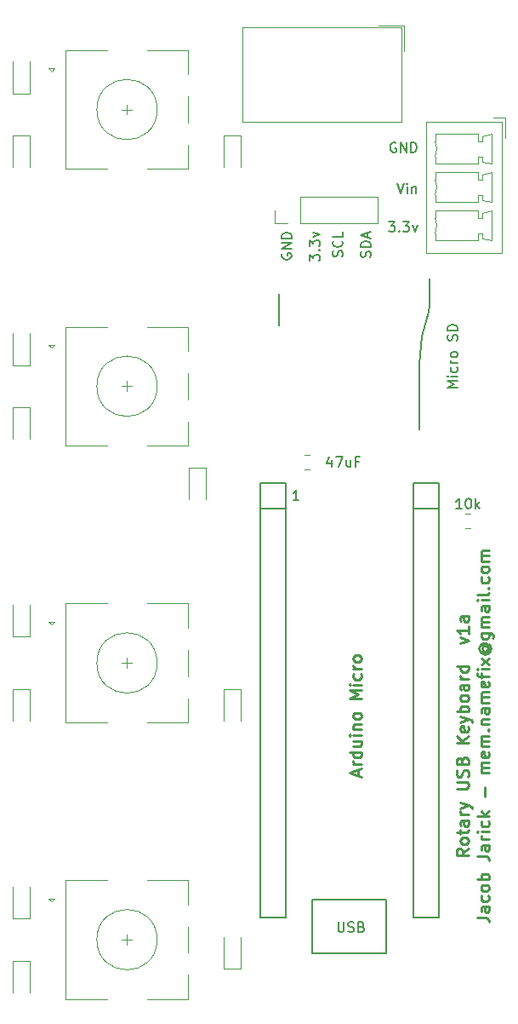
<source format=gbr>
%TF.GenerationSoftware,KiCad,Pcbnew,(5.1.6)-1*%
%TF.CreationDate,2020-07-26T07:53:42+08:00*%
%TF.ProjectId,rot-kb,726f742d-6b62-42e6-9b69-6361645f7063,rev?*%
%TF.SameCoordinates,Original*%
%TF.FileFunction,Legend,Top*%
%TF.FilePolarity,Positive*%
%FSLAX46Y46*%
G04 Gerber Fmt 4.6, Leading zero omitted, Abs format (unit mm)*
G04 Created by KiCad (PCBNEW (5.1.6)-1) date 2020-07-26 07:53:42*
%MOMM*%
%LPD*%
G01*
G04 APERTURE LIST*
%ADD10C,0.150000*%
%ADD11C,0.250000*%
%ADD12C,0.120000*%
%ADD13C,0.127000*%
%ADD14R,1.000000X1.000000*%
%ADD15O,3.600000X1.800000*%
%ADD16R,2.000000X2.000000*%
%ADD17C,2.000000*%
%ADD18R,3.200000X2.000000*%
%ADD19C,0.900000*%
%ADD20C,8.600000*%
%ADD21R,2.200000X1.400000*%
%ADD22R,1.400000X1.800000*%
%ADD23R,1.600000X1.400000*%
%ADD24R,1.600000X0.700000*%
%ADD25O,1.700000X1.700000*%
%ADD26R,1.700000X1.700000*%
%ADD27O,1.727200X1.727200*%
%ADD28R,1.727200X1.727200*%
%ADD29O,2.032000X1.727200*%
%ADD30C,2.032000*%
G04 APERTURE END LIST*
D10*
X143518095Y-113244380D02*
X143518095Y-114053904D01*
X143565714Y-114149142D01*
X143613333Y-114196761D01*
X143708571Y-114244380D01*
X143899047Y-114244380D01*
X143994285Y-114196761D01*
X144041904Y-114149142D01*
X144089523Y-114053904D01*
X144089523Y-113244380D01*
X144518095Y-114196761D02*
X144660952Y-114244380D01*
X144899047Y-114244380D01*
X144994285Y-114196761D01*
X145041904Y-114149142D01*
X145089523Y-114053904D01*
X145089523Y-113958666D01*
X145041904Y-113863428D01*
X144994285Y-113815809D01*
X144899047Y-113768190D01*
X144708571Y-113720571D01*
X144613333Y-113672952D01*
X144565714Y-113625333D01*
X144518095Y-113530095D01*
X144518095Y-113434857D01*
X144565714Y-113339619D01*
X144613333Y-113292000D01*
X144708571Y-113244380D01*
X144946666Y-113244380D01*
X145089523Y-113292000D01*
X145851428Y-113720571D02*
X145994285Y-113768190D01*
X146041904Y-113815809D01*
X146089523Y-113911047D01*
X146089523Y-114053904D01*
X146041904Y-114149142D01*
X145994285Y-114196761D01*
X145899047Y-114244380D01*
X145518095Y-114244380D01*
X145518095Y-113244380D01*
X145851428Y-113244380D01*
X145946666Y-113292000D01*
X145994285Y-113339619D01*
X146041904Y-113434857D01*
X146041904Y-113530095D01*
X145994285Y-113625333D01*
X145946666Y-113672952D01*
X145851428Y-113720571D01*
X145518095Y-113720571D01*
X140970000Y-116332000D02*
X140970000Y-110998000D01*
X148336000Y-116332000D02*
X140970000Y-116332000D01*
X148336000Y-110998000D02*
X148336000Y-116332000D01*
X140970000Y-110998000D02*
X148336000Y-110998000D01*
D11*
X145488000Y-98681428D02*
X145488000Y-98110000D01*
X145830857Y-98795714D02*
X144630857Y-98395714D01*
X145830857Y-97995714D01*
X145830857Y-97595714D02*
X145030857Y-97595714D01*
X145259428Y-97595714D02*
X145145142Y-97538571D01*
X145088000Y-97481428D01*
X145030857Y-97367142D01*
X145030857Y-97252857D01*
X145830857Y-96338571D02*
X144630857Y-96338571D01*
X145773714Y-96338571D02*
X145830857Y-96452857D01*
X145830857Y-96681428D01*
X145773714Y-96795714D01*
X145716571Y-96852857D01*
X145602285Y-96910000D01*
X145259428Y-96910000D01*
X145145142Y-96852857D01*
X145088000Y-96795714D01*
X145030857Y-96681428D01*
X145030857Y-96452857D01*
X145088000Y-96338571D01*
X145030857Y-95252857D02*
X145830857Y-95252857D01*
X145030857Y-95767142D02*
X145659428Y-95767142D01*
X145773714Y-95710000D01*
X145830857Y-95595714D01*
X145830857Y-95424285D01*
X145773714Y-95310000D01*
X145716571Y-95252857D01*
X145830857Y-94681428D02*
X145030857Y-94681428D01*
X144630857Y-94681428D02*
X144688000Y-94738571D01*
X144745142Y-94681428D01*
X144688000Y-94624285D01*
X144630857Y-94681428D01*
X144745142Y-94681428D01*
X145030857Y-94110000D02*
X145830857Y-94110000D01*
X145145142Y-94110000D02*
X145088000Y-94052857D01*
X145030857Y-93938571D01*
X145030857Y-93767142D01*
X145088000Y-93652857D01*
X145202285Y-93595714D01*
X145830857Y-93595714D01*
X145830857Y-92852857D02*
X145773714Y-92967142D01*
X145716571Y-93024285D01*
X145602285Y-93081428D01*
X145259428Y-93081428D01*
X145145142Y-93024285D01*
X145088000Y-92967142D01*
X145030857Y-92852857D01*
X145030857Y-92681428D01*
X145088000Y-92567142D01*
X145145142Y-92510000D01*
X145259428Y-92452857D01*
X145602285Y-92452857D01*
X145716571Y-92510000D01*
X145773714Y-92567142D01*
X145830857Y-92681428D01*
X145830857Y-92852857D01*
X145830857Y-91024285D02*
X144630857Y-91024285D01*
X145488000Y-90624285D01*
X144630857Y-90224285D01*
X145830857Y-90224285D01*
X145830857Y-89652857D02*
X145030857Y-89652857D01*
X144630857Y-89652857D02*
X144688000Y-89710000D01*
X144745142Y-89652857D01*
X144688000Y-89595714D01*
X144630857Y-89652857D01*
X144745142Y-89652857D01*
X145773714Y-88567142D02*
X145830857Y-88681428D01*
X145830857Y-88910000D01*
X145773714Y-89024285D01*
X145716571Y-89081428D01*
X145602285Y-89138571D01*
X145259428Y-89138571D01*
X145145142Y-89081428D01*
X145088000Y-89024285D01*
X145030857Y-88910000D01*
X145030857Y-88681428D01*
X145088000Y-88567142D01*
X145830857Y-88052857D02*
X145030857Y-88052857D01*
X145259428Y-88052857D02*
X145145142Y-87995714D01*
X145088000Y-87938571D01*
X145030857Y-87824285D01*
X145030857Y-87710000D01*
X145830857Y-87138571D02*
X145773714Y-87252857D01*
X145716571Y-87310000D01*
X145602285Y-87367142D01*
X145259428Y-87367142D01*
X145145142Y-87310000D01*
X145088000Y-87252857D01*
X145030857Y-87138571D01*
X145030857Y-86967142D01*
X145088000Y-86852857D01*
X145145142Y-86795714D01*
X145259428Y-86738571D01*
X145602285Y-86738571D01*
X145716571Y-86795714D01*
X145773714Y-86852857D01*
X145830857Y-86967142D01*
X145830857Y-87138571D01*
D10*
X155392380Y-60167690D02*
X154392380Y-60167690D01*
X155106666Y-59834357D01*
X154392380Y-59501023D01*
X155392380Y-59501023D01*
X155392380Y-59024833D02*
X154725714Y-59024833D01*
X154392380Y-59024833D02*
X154440000Y-59072452D01*
X154487619Y-59024833D01*
X154440000Y-58977214D01*
X154392380Y-59024833D01*
X154487619Y-59024833D01*
X155344761Y-58120071D02*
X155392380Y-58215309D01*
X155392380Y-58405785D01*
X155344761Y-58501023D01*
X155297142Y-58548642D01*
X155201904Y-58596261D01*
X154916190Y-58596261D01*
X154820952Y-58548642D01*
X154773333Y-58501023D01*
X154725714Y-58405785D01*
X154725714Y-58215309D01*
X154773333Y-58120071D01*
X155392380Y-57691500D02*
X154725714Y-57691500D01*
X154916190Y-57691500D02*
X154820952Y-57643880D01*
X154773333Y-57596261D01*
X154725714Y-57501023D01*
X154725714Y-57405785D01*
X155392380Y-56929595D02*
X155344761Y-57024833D01*
X155297142Y-57072452D01*
X155201904Y-57120071D01*
X154916190Y-57120071D01*
X154820952Y-57072452D01*
X154773333Y-57024833D01*
X154725714Y-56929595D01*
X154725714Y-56786738D01*
X154773333Y-56691500D01*
X154820952Y-56643880D01*
X154916190Y-56596261D01*
X155201904Y-56596261D01*
X155297142Y-56643880D01*
X155344761Y-56691500D01*
X155392380Y-56786738D01*
X155392380Y-56929595D01*
X155344761Y-55453404D02*
X155392380Y-55310547D01*
X155392380Y-55072452D01*
X155344761Y-54977214D01*
X155297142Y-54929595D01*
X155201904Y-54881976D01*
X155106666Y-54881976D01*
X155011428Y-54929595D01*
X154963809Y-54977214D01*
X154916190Y-55072452D01*
X154868571Y-55262928D01*
X154820952Y-55358166D01*
X154773333Y-55405785D01*
X154678095Y-55453404D01*
X154582857Y-55453404D01*
X154487619Y-55405785D01*
X154440000Y-55358166D01*
X154392380Y-55262928D01*
X154392380Y-55024833D01*
X154440000Y-54881976D01*
X155392380Y-54453404D02*
X154392380Y-54453404D01*
X154392380Y-54215309D01*
X154440000Y-54072452D01*
X154535238Y-53977214D01*
X154630476Y-53929595D01*
X154820952Y-53881976D01*
X154963809Y-53881976D01*
X155154285Y-53929595D01*
X155249523Y-53977214D01*
X155344761Y-54072452D01*
X155392380Y-54215309D01*
X155392380Y-54453404D01*
D11*
X156489857Y-105942000D02*
X155918428Y-106342000D01*
X156489857Y-106627714D02*
X155289857Y-106627714D01*
X155289857Y-106170571D01*
X155347000Y-106056285D01*
X155404142Y-105999142D01*
X155518428Y-105942000D01*
X155689857Y-105942000D01*
X155804142Y-105999142D01*
X155861285Y-106056285D01*
X155918428Y-106170571D01*
X155918428Y-106627714D01*
X156489857Y-105256285D02*
X156432714Y-105370571D01*
X156375571Y-105427714D01*
X156261285Y-105484857D01*
X155918428Y-105484857D01*
X155804142Y-105427714D01*
X155747000Y-105370571D01*
X155689857Y-105256285D01*
X155689857Y-105084857D01*
X155747000Y-104970571D01*
X155804142Y-104913428D01*
X155918428Y-104856285D01*
X156261285Y-104856285D01*
X156375571Y-104913428D01*
X156432714Y-104970571D01*
X156489857Y-105084857D01*
X156489857Y-105256285D01*
X155689857Y-104513428D02*
X155689857Y-104056285D01*
X155289857Y-104342000D02*
X156318428Y-104342000D01*
X156432714Y-104284857D01*
X156489857Y-104170571D01*
X156489857Y-104056285D01*
X156489857Y-103142000D02*
X155861285Y-103142000D01*
X155747000Y-103199142D01*
X155689857Y-103313428D01*
X155689857Y-103542000D01*
X155747000Y-103656285D01*
X156432714Y-103142000D02*
X156489857Y-103256285D01*
X156489857Y-103542000D01*
X156432714Y-103656285D01*
X156318428Y-103713428D01*
X156204142Y-103713428D01*
X156089857Y-103656285D01*
X156032714Y-103542000D01*
X156032714Y-103256285D01*
X155975571Y-103142000D01*
X156489857Y-102570571D02*
X155689857Y-102570571D01*
X155918428Y-102570571D02*
X155804142Y-102513428D01*
X155747000Y-102456285D01*
X155689857Y-102342000D01*
X155689857Y-102227714D01*
X155689857Y-101942000D02*
X156489857Y-101656285D01*
X155689857Y-101370571D02*
X156489857Y-101656285D01*
X156775571Y-101770571D01*
X156832714Y-101827714D01*
X156889857Y-101942000D01*
X155289857Y-99999142D02*
X156261285Y-99999142D01*
X156375571Y-99942000D01*
X156432714Y-99884857D01*
X156489857Y-99770571D01*
X156489857Y-99542000D01*
X156432714Y-99427714D01*
X156375571Y-99370571D01*
X156261285Y-99313428D01*
X155289857Y-99313428D01*
X156432714Y-98799142D02*
X156489857Y-98627714D01*
X156489857Y-98342000D01*
X156432714Y-98227714D01*
X156375571Y-98170571D01*
X156261285Y-98113428D01*
X156147000Y-98113428D01*
X156032714Y-98170571D01*
X155975571Y-98227714D01*
X155918428Y-98342000D01*
X155861285Y-98570571D01*
X155804142Y-98684857D01*
X155747000Y-98742000D01*
X155632714Y-98799142D01*
X155518428Y-98799142D01*
X155404142Y-98742000D01*
X155347000Y-98684857D01*
X155289857Y-98570571D01*
X155289857Y-98284857D01*
X155347000Y-98113428D01*
X155861285Y-97199142D02*
X155918428Y-97027714D01*
X155975571Y-96970571D01*
X156089857Y-96913428D01*
X156261285Y-96913428D01*
X156375571Y-96970571D01*
X156432714Y-97027714D01*
X156489857Y-97142000D01*
X156489857Y-97599142D01*
X155289857Y-97599142D01*
X155289857Y-97199142D01*
X155347000Y-97084857D01*
X155404142Y-97027714D01*
X155518428Y-96970571D01*
X155632714Y-96970571D01*
X155747000Y-97027714D01*
X155804142Y-97084857D01*
X155861285Y-97199142D01*
X155861285Y-97599142D01*
X156489857Y-95484857D02*
X155289857Y-95484857D01*
X156489857Y-94799142D02*
X155804142Y-95313428D01*
X155289857Y-94799142D02*
X155975571Y-95484857D01*
X156432714Y-93827714D02*
X156489857Y-93942000D01*
X156489857Y-94170571D01*
X156432714Y-94284857D01*
X156318428Y-94342000D01*
X155861285Y-94342000D01*
X155747000Y-94284857D01*
X155689857Y-94170571D01*
X155689857Y-93942000D01*
X155747000Y-93827714D01*
X155861285Y-93770571D01*
X155975571Y-93770571D01*
X156089857Y-94342000D01*
X155689857Y-93370571D02*
X156489857Y-93084857D01*
X155689857Y-92799142D02*
X156489857Y-93084857D01*
X156775571Y-93199142D01*
X156832714Y-93256285D01*
X156889857Y-93370571D01*
X156489857Y-92342000D02*
X155289857Y-92342000D01*
X155747000Y-92342000D02*
X155689857Y-92227714D01*
X155689857Y-91999142D01*
X155747000Y-91884857D01*
X155804142Y-91827714D01*
X155918428Y-91770571D01*
X156261285Y-91770571D01*
X156375571Y-91827714D01*
X156432714Y-91884857D01*
X156489857Y-91999142D01*
X156489857Y-92227714D01*
X156432714Y-92342000D01*
X156489857Y-91084857D02*
X156432714Y-91199142D01*
X156375571Y-91256285D01*
X156261285Y-91313428D01*
X155918428Y-91313428D01*
X155804142Y-91256285D01*
X155747000Y-91199142D01*
X155689857Y-91084857D01*
X155689857Y-90913428D01*
X155747000Y-90799142D01*
X155804142Y-90742000D01*
X155918428Y-90684857D01*
X156261285Y-90684857D01*
X156375571Y-90742000D01*
X156432714Y-90799142D01*
X156489857Y-90913428D01*
X156489857Y-91084857D01*
X156489857Y-89656285D02*
X155861285Y-89656285D01*
X155747000Y-89713428D01*
X155689857Y-89827714D01*
X155689857Y-90056285D01*
X155747000Y-90170571D01*
X156432714Y-89656285D02*
X156489857Y-89770571D01*
X156489857Y-90056285D01*
X156432714Y-90170571D01*
X156318428Y-90227714D01*
X156204142Y-90227714D01*
X156089857Y-90170571D01*
X156032714Y-90056285D01*
X156032714Y-89770571D01*
X155975571Y-89656285D01*
X156489857Y-89084857D02*
X155689857Y-89084857D01*
X155918428Y-89084857D02*
X155804142Y-89027714D01*
X155747000Y-88970571D01*
X155689857Y-88856285D01*
X155689857Y-88742000D01*
X156489857Y-87827714D02*
X155289857Y-87827714D01*
X156432714Y-87827714D02*
X156489857Y-87942000D01*
X156489857Y-88170571D01*
X156432714Y-88284857D01*
X156375571Y-88342000D01*
X156261285Y-88399142D01*
X155918428Y-88399142D01*
X155804142Y-88342000D01*
X155747000Y-88284857D01*
X155689857Y-88170571D01*
X155689857Y-87942000D01*
X155747000Y-87827714D01*
X155689857Y-85542000D02*
X156489857Y-85256285D01*
X155689857Y-84970571D01*
X156489857Y-83884857D02*
X156489857Y-84570571D01*
X156489857Y-84227714D02*
X155289857Y-84227714D01*
X155461285Y-84342000D01*
X155575571Y-84456285D01*
X155632714Y-84570571D01*
X156489857Y-82856285D02*
X155861285Y-82856285D01*
X155747000Y-82913428D01*
X155689857Y-83027714D01*
X155689857Y-83256285D01*
X155747000Y-83370571D01*
X156432714Y-82856285D02*
X156489857Y-82970571D01*
X156489857Y-83256285D01*
X156432714Y-83370571D01*
X156318428Y-83427714D01*
X156204142Y-83427714D01*
X156089857Y-83370571D01*
X156032714Y-83256285D01*
X156032714Y-82970571D01*
X155975571Y-82856285D01*
X157339857Y-112799142D02*
X158197000Y-112799142D01*
X158368428Y-112856285D01*
X158482714Y-112970571D01*
X158539857Y-113141999D01*
X158539857Y-113256285D01*
X158539857Y-111713428D02*
X157911285Y-111713428D01*
X157797000Y-111770571D01*
X157739857Y-111884857D01*
X157739857Y-112113428D01*
X157797000Y-112227714D01*
X158482714Y-111713428D02*
X158539857Y-111827714D01*
X158539857Y-112113428D01*
X158482714Y-112227714D01*
X158368428Y-112284857D01*
X158254142Y-112284857D01*
X158139857Y-112227714D01*
X158082714Y-112113428D01*
X158082714Y-111827714D01*
X158025571Y-111713428D01*
X158482714Y-110627714D02*
X158539857Y-110741999D01*
X158539857Y-110970571D01*
X158482714Y-111084857D01*
X158425571Y-111141999D01*
X158311285Y-111199142D01*
X157968428Y-111199142D01*
X157854142Y-111141999D01*
X157797000Y-111084857D01*
X157739857Y-110970571D01*
X157739857Y-110741999D01*
X157797000Y-110627714D01*
X158539857Y-109941999D02*
X158482714Y-110056285D01*
X158425571Y-110113428D01*
X158311285Y-110170571D01*
X157968428Y-110170571D01*
X157854142Y-110113428D01*
X157797000Y-110056285D01*
X157739857Y-109941999D01*
X157739857Y-109770571D01*
X157797000Y-109656285D01*
X157854142Y-109599142D01*
X157968428Y-109541999D01*
X158311285Y-109541999D01*
X158425571Y-109599142D01*
X158482714Y-109656285D01*
X158539857Y-109770571D01*
X158539857Y-109941999D01*
X158539857Y-109027714D02*
X157339857Y-109027714D01*
X157797000Y-109027714D02*
X157739857Y-108913428D01*
X157739857Y-108684857D01*
X157797000Y-108570571D01*
X157854142Y-108513428D01*
X157968428Y-108456285D01*
X158311285Y-108456285D01*
X158425571Y-108513428D01*
X158482714Y-108570571D01*
X158539857Y-108684857D01*
X158539857Y-108913428D01*
X158482714Y-109027714D01*
X157339857Y-106684857D02*
X158197000Y-106684857D01*
X158368428Y-106741999D01*
X158482714Y-106856285D01*
X158539857Y-107027714D01*
X158539857Y-107141999D01*
X158539857Y-105599142D02*
X157911285Y-105599142D01*
X157797000Y-105656285D01*
X157739857Y-105770571D01*
X157739857Y-105999142D01*
X157797000Y-106113428D01*
X158482714Y-105599142D02*
X158539857Y-105713428D01*
X158539857Y-105999142D01*
X158482714Y-106113428D01*
X158368428Y-106170571D01*
X158254142Y-106170571D01*
X158139857Y-106113428D01*
X158082714Y-105999142D01*
X158082714Y-105713428D01*
X158025571Y-105599142D01*
X158539857Y-105027714D02*
X157739857Y-105027714D01*
X157968428Y-105027714D02*
X157854142Y-104970571D01*
X157797000Y-104913428D01*
X157739857Y-104799142D01*
X157739857Y-104684857D01*
X158539857Y-104284857D02*
X157739857Y-104284857D01*
X157339857Y-104284857D02*
X157397000Y-104341999D01*
X157454142Y-104284857D01*
X157397000Y-104227714D01*
X157339857Y-104284857D01*
X157454142Y-104284857D01*
X158482714Y-103199142D02*
X158539857Y-103313428D01*
X158539857Y-103541999D01*
X158482714Y-103656285D01*
X158425571Y-103713428D01*
X158311285Y-103770571D01*
X157968428Y-103770571D01*
X157854142Y-103713428D01*
X157797000Y-103656285D01*
X157739857Y-103541999D01*
X157739857Y-103313428D01*
X157797000Y-103199142D01*
X158539857Y-102684857D02*
X157339857Y-102684857D01*
X158082714Y-102570571D02*
X158539857Y-102227714D01*
X157739857Y-102227714D02*
X158197000Y-102684857D01*
X158082714Y-100799142D02*
X158082714Y-99884857D01*
X158539857Y-98399142D02*
X157739857Y-98399142D01*
X157854142Y-98399142D02*
X157797000Y-98341999D01*
X157739857Y-98227714D01*
X157739857Y-98056285D01*
X157797000Y-97941999D01*
X157911285Y-97884857D01*
X158539857Y-97884857D01*
X157911285Y-97884857D02*
X157797000Y-97827714D01*
X157739857Y-97713428D01*
X157739857Y-97541999D01*
X157797000Y-97427714D01*
X157911285Y-97370571D01*
X158539857Y-97370571D01*
X158482714Y-96341999D02*
X158539857Y-96456285D01*
X158539857Y-96684857D01*
X158482714Y-96799142D01*
X158368428Y-96856285D01*
X157911285Y-96856285D01*
X157797000Y-96799142D01*
X157739857Y-96684857D01*
X157739857Y-96456285D01*
X157797000Y-96341999D01*
X157911285Y-96284857D01*
X158025571Y-96284857D01*
X158139857Y-96856285D01*
X158539857Y-95770571D02*
X157739857Y-95770571D01*
X157854142Y-95770571D02*
X157797000Y-95713428D01*
X157739857Y-95599142D01*
X157739857Y-95427714D01*
X157797000Y-95313428D01*
X157911285Y-95256285D01*
X158539857Y-95256285D01*
X157911285Y-95256285D02*
X157797000Y-95199142D01*
X157739857Y-95084857D01*
X157739857Y-94913428D01*
X157797000Y-94799142D01*
X157911285Y-94742000D01*
X158539857Y-94742000D01*
X158425571Y-94170571D02*
X158482714Y-94113428D01*
X158539857Y-94170571D01*
X158482714Y-94227714D01*
X158425571Y-94170571D01*
X158539857Y-94170571D01*
X157739857Y-93599142D02*
X158539857Y-93599142D01*
X157854142Y-93599142D02*
X157797000Y-93542000D01*
X157739857Y-93427714D01*
X157739857Y-93256285D01*
X157797000Y-93142000D01*
X157911285Y-93084857D01*
X158539857Y-93084857D01*
X158539857Y-91999142D02*
X157911285Y-91999142D01*
X157797000Y-92056285D01*
X157739857Y-92170571D01*
X157739857Y-92399142D01*
X157797000Y-92513428D01*
X158482714Y-91999142D02*
X158539857Y-92113428D01*
X158539857Y-92399142D01*
X158482714Y-92513428D01*
X158368428Y-92570571D01*
X158254142Y-92570571D01*
X158139857Y-92513428D01*
X158082714Y-92399142D01*
X158082714Y-92113428D01*
X158025571Y-91999142D01*
X158539857Y-91427714D02*
X157739857Y-91427714D01*
X157854142Y-91427714D02*
X157797000Y-91370571D01*
X157739857Y-91256285D01*
X157739857Y-91084857D01*
X157797000Y-90970571D01*
X157911285Y-90913428D01*
X158539857Y-90913428D01*
X157911285Y-90913428D02*
X157797000Y-90856285D01*
X157739857Y-90741999D01*
X157739857Y-90570571D01*
X157797000Y-90456285D01*
X157911285Y-90399142D01*
X158539857Y-90399142D01*
X158482714Y-89370571D02*
X158539857Y-89484857D01*
X158539857Y-89713428D01*
X158482714Y-89827714D01*
X158368428Y-89884857D01*
X157911285Y-89884857D01*
X157797000Y-89827714D01*
X157739857Y-89713428D01*
X157739857Y-89484857D01*
X157797000Y-89370571D01*
X157911285Y-89313428D01*
X158025571Y-89313428D01*
X158139857Y-89884857D01*
X157739857Y-88970571D02*
X157739857Y-88513428D01*
X158539857Y-88799142D02*
X157511285Y-88799142D01*
X157397000Y-88741999D01*
X157339857Y-88627714D01*
X157339857Y-88513428D01*
X158539857Y-88113428D02*
X157739857Y-88113428D01*
X157339857Y-88113428D02*
X157397000Y-88170571D01*
X157454142Y-88113428D01*
X157397000Y-88056285D01*
X157339857Y-88113428D01*
X157454142Y-88113428D01*
X158539857Y-87656285D02*
X157739857Y-87027714D01*
X157739857Y-87656285D02*
X158539857Y-87027714D01*
X157968428Y-85827714D02*
X157911285Y-85884857D01*
X157854142Y-85999142D01*
X157854142Y-86113428D01*
X157911285Y-86227714D01*
X157968428Y-86284857D01*
X158082714Y-86341999D01*
X158197000Y-86341999D01*
X158311285Y-86284857D01*
X158368428Y-86227714D01*
X158425571Y-86113428D01*
X158425571Y-85999142D01*
X158368428Y-85884857D01*
X158311285Y-85827714D01*
X157854142Y-85827714D02*
X158311285Y-85827714D01*
X158368428Y-85770571D01*
X158368428Y-85713428D01*
X158311285Y-85599142D01*
X158197000Y-85541999D01*
X157911285Y-85541999D01*
X157739857Y-85656285D01*
X157625571Y-85827714D01*
X157568428Y-86056285D01*
X157625571Y-86284857D01*
X157739857Y-86456285D01*
X157911285Y-86570571D01*
X158139857Y-86627714D01*
X158368428Y-86570571D01*
X158539857Y-86456285D01*
X158654142Y-86284857D01*
X158711285Y-86056285D01*
X158654142Y-85827714D01*
X158539857Y-85656285D01*
X157739857Y-84513428D02*
X158711285Y-84513428D01*
X158825571Y-84570571D01*
X158882714Y-84627714D01*
X158939857Y-84741999D01*
X158939857Y-84913428D01*
X158882714Y-85027714D01*
X158482714Y-84513428D02*
X158539857Y-84627714D01*
X158539857Y-84856285D01*
X158482714Y-84970571D01*
X158425571Y-85027714D01*
X158311285Y-85084857D01*
X157968428Y-85084857D01*
X157854142Y-85027714D01*
X157797000Y-84970571D01*
X157739857Y-84856285D01*
X157739857Y-84627714D01*
X157797000Y-84513428D01*
X158539857Y-83941999D02*
X157739857Y-83941999D01*
X157854142Y-83941999D02*
X157797000Y-83884857D01*
X157739857Y-83770571D01*
X157739857Y-83599142D01*
X157797000Y-83484857D01*
X157911285Y-83427714D01*
X158539857Y-83427714D01*
X157911285Y-83427714D02*
X157797000Y-83370571D01*
X157739857Y-83256285D01*
X157739857Y-83084857D01*
X157797000Y-82970571D01*
X157911285Y-82913428D01*
X158539857Y-82913428D01*
X158539857Y-81827714D02*
X157911285Y-81827714D01*
X157797000Y-81884857D01*
X157739857Y-81999142D01*
X157739857Y-82227714D01*
X157797000Y-82341999D01*
X158482714Y-81827714D02*
X158539857Y-81941999D01*
X158539857Y-82227714D01*
X158482714Y-82341999D01*
X158368428Y-82399142D01*
X158254142Y-82399142D01*
X158139857Y-82341999D01*
X158082714Y-82227714D01*
X158082714Y-81941999D01*
X158025571Y-81827714D01*
X158539857Y-81256285D02*
X157739857Y-81256285D01*
X157339857Y-81256285D02*
X157397000Y-81313428D01*
X157454142Y-81256285D01*
X157397000Y-81199142D01*
X157339857Y-81256285D01*
X157454142Y-81256285D01*
X158539857Y-80513428D02*
X158482714Y-80627714D01*
X158368428Y-80684857D01*
X157339857Y-80684857D01*
X158425571Y-80056285D02*
X158482714Y-79999142D01*
X158539857Y-80056285D01*
X158482714Y-80113428D01*
X158425571Y-80056285D01*
X158539857Y-80056285D01*
X158482714Y-78970571D02*
X158539857Y-79084857D01*
X158539857Y-79313428D01*
X158482714Y-79427714D01*
X158425571Y-79484857D01*
X158311285Y-79541999D01*
X157968428Y-79541999D01*
X157854142Y-79484857D01*
X157797000Y-79427714D01*
X157739857Y-79313428D01*
X157739857Y-79084857D01*
X157797000Y-78970571D01*
X158539857Y-78284857D02*
X158482714Y-78399142D01*
X158425571Y-78456285D01*
X158311285Y-78513428D01*
X157968428Y-78513428D01*
X157854142Y-78456285D01*
X157797000Y-78399142D01*
X157739857Y-78284857D01*
X157739857Y-78113428D01*
X157797000Y-77999142D01*
X157854142Y-77941999D01*
X157968428Y-77884857D01*
X158311285Y-77884857D01*
X158425571Y-77941999D01*
X158482714Y-77999142D01*
X158539857Y-78113428D01*
X158539857Y-78284857D01*
X158539857Y-77370571D02*
X157739857Y-77370571D01*
X157854142Y-77370571D02*
X157797000Y-77313428D01*
X157739857Y-77199142D01*
X157739857Y-77027714D01*
X157797000Y-76913428D01*
X157911285Y-76856285D01*
X158539857Y-76856285D01*
X157911285Y-76856285D02*
X157797000Y-76799142D01*
X157739857Y-76684857D01*
X157739857Y-76513428D01*
X157797000Y-76399142D01*
X157911285Y-76341999D01*
X158539857Y-76341999D01*
D10*
X148540500Y-43648380D02*
X149159547Y-43648380D01*
X148826214Y-44029333D01*
X148969071Y-44029333D01*
X149064309Y-44076952D01*
X149111928Y-44124571D01*
X149159547Y-44219809D01*
X149159547Y-44457904D01*
X149111928Y-44553142D01*
X149064309Y-44600761D01*
X148969071Y-44648380D01*
X148683357Y-44648380D01*
X148588119Y-44600761D01*
X148540500Y-44553142D01*
X149588119Y-44553142D02*
X149635738Y-44600761D01*
X149588119Y-44648380D01*
X149540500Y-44600761D01*
X149588119Y-44553142D01*
X149588119Y-44648380D01*
X149969071Y-43648380D02*
X150588119Y-43648380D01*
X150254785Y-44029333D01*
X150397642Y-44029333D01*
X150492880Y-44076952D01*
X150540500Y-44124571D01*
X150588119Y-44219809D01*
X150588119Y-44457904D01*
X150540500Y-44553142D01*
X150492880Y-44600761D01*
X150397642Y-44648380D01*
X150111928Y-44648380D01*
X150016690Y-44600761D01*
X149969071Y-44553142D01*
X150921452Y-43981714D02*
X151159547Y-44648380D01*
X151397642Y-43981714D01*
X149397642Y-39838380D02*
X149730976Y-40838380D01*
X150064309Y-39838380D01*
X150397642Y-40838380D02*
X150397642Y-40171714D01*
X150397642Y-39838380D02*
X150350023Y-39886000D01*
X150397642Y-39933619D01*
X150445261Y-39886000D01*
X150397642Y-39838380D01*
X150397642Y-39933619D01*
X150873833Y-40171714D02*
X150873833Y-40838380D01*
X150873833Y-40266952D02*
X150921452Y-40219333D01*
X151016690Y-40171714D01*
X151159547Y-40171714D01*
X151254785Y-40219333D01*
X151302404Y-40314571D01*
X151302404Y-40838380D01*
X149254785Y-35822000D02*
X149159547Y-35774380D01*
X149016690Y-35774380D01*
X148873833Y-35822000D01*
X148778595Y-35917238D01*
X148730976Y-36012476D01*
X148683357Y-36202952D01*
X148683357Y-36345809D01*
X148730976Y-36536285D01*
X148778595Y-36631523D01*
X148873833Y-36726761D01*
X149016690Y-36774380D01*
X149111928Y-36774380D01*
X149254785Y-36726761D01*
X149302404Y-36679142D01*
X149302404Y-36345809D01*
X149111928Y-36345809D01*
X149730976Y-36774380D02*
X149730976Y-35774380D01*
X150302404Y-36774380D01*
X150302404Y-35774380D01*
X150778595Y-36774380D02*
X150778595Y-35774380D01*
X151016690Y-35774380D01*
X151159547Y-35822000D01*
X151254785Y-35917238D01*
X151302404Y-36012476D01*
X151350023Y-36202952D01*
X151350023Y-36345809D01*
X151302404Y-36536285D01*
X151254785Y-36631523D01*
X151159547Y-36726761D01*
X151016690Y-36774380D01*
X150778595Y-36774380D01*
X146708761Y-47166547D02*
X146756380Y-47023690D01*
X146756380Y-46785595D01*
X146708761Y-46690357D01*
X146661142Y-46642738D01*
X146565904Y-46595119D01*
X146470666Y-46595119D01*
X146375428Y-46642738D01*
X146327809Y-46690357D01*
X146280190Y-46785595D01*
X146232571Y-46976071D01*
X146184952Y-47071309D01*
X146137333Y-47118928D01*
X146042095Y-47166547D01*
X145946857Y-47166547D01*
X145851619Y-47118928D01*
X145804000Y-47071309D01*
X145756380Y-46976071D01*
X145756380Y-46737976D01*
X145804000Y-46595119D01*
X146756380Y-46166547D02*
X145756380Y-46166547D01*
X145756380Y-45928452D01*
X145804000Y-45785595D01*
X145899238Y-45690357D01*
X145994476Y-45642738D01*
X146184952Y-45595119D01*
X146327809Y-45595119D01*
X146518285Y-45642738D01*
X146613523Y-45690357D01*
X146708761Y-45785595D01*
X146756380Y-45928452D01*
X146756380Y-46166547D01*
X146470666Y-45214166D02*
X146470666Y-44737976D01*
X146756380Y-45309404D02*
X145756380Y-44976071D01*
X146756380Y-44642738D01*
X143914761Y-47118928D02*
X143962380Y-46976071D01*
X143962380Y-46737976D01*
X143914761Y-46642738D01*
X143867142Y-46595119D01*
X143771904Y-46547500D01*
X143676666Y-46547500D01*
X143581428Y-46595119D01*
X143533809Y-46642738D01*
X143486190Y-46737976D01*
X143438571Y-46928452D01*
X143390952Y-47023690D01*
X143343333Y-47071309D01*
X143248095Y-47118928D01*
X143152857Y-47118928D01*
X143057619Y-47071309D01*
X143010000Y-47023690D01*
X142962380Y-46928452D01*
X142962380Y-46690357D01*
X143010000Y-46547500D01*
X143867142Y-45547500D02*
X143914761Y-45595119D01*
X143962380Y-45737976D01*
X143962380Y-45833214D01*
X143914761Y-45976071D01*
X143819523Y-46071309D01*
X143724285Y-46118928D01*
X143533809Y-46166547D01*
X143390952Y-46166547D01*
X143200476Y-46118928D01*
X143105238Y-46071309D01*
X143010000Y-45976071D01*
X142962380Y-45833214D01*
X142962380Y-45737976D01*
X143010000Y-45595119D01*
X143057619Y-45547500D01*
X143962380Y-44642738D02*
X143962380Y-45118928D01*
X142962380Y-45118928D01*
X140676380Y-47547500D02*
X140676380Y-46928452D01*
X141057333Y-47261785D01*
X141057333Y-47118928D01*
X141104952Y-47023690D01*
X141152571Y-46976071D01*
X141247809Y-46928452D01*
X141485904Y-46928452D01*
X141581142Y-46976071D01*
X141628761Y-47023690D01*
X141676380Y-47118928D01*
X141676380Y-47404642D01*
X141628761Y-47499880D01*
X141581142Y-47547500D01*
X141581142Y-46499880D02*
X141628761Y-46452261D01*
X141676380Y-46499880D01*
X141628761Y-46547500D01*
X141581142Y-46499880D01*
X141676380Y-46499880D01*
X140676380Y-46118928D02*
X140676380Y-45499880D01*
X141057333Y-45833214D01*
X141057333Y-45690357D01*
X141104952Y-45595119D01*
X141152571Y-45547500D01*
X141247809Y-45499880D01*
X141485904Y-45499880D01*
X141581142Y-45547500D01*
X141628761Y-45595119D01*
X141676380Y-45690357D01*
X141676380Y-45976071D01*
X141628761Y-46071309D01*
X141581142Y-46118928D01*
X141009714Y-45166547D02*
X141676380Y-44928452D01*
X141009714Y-44690357D01*
X137930000Y-46833214D02*
X137882380Y-46928452D01*
X137882380Y-47071309D01*
X137930000Y-47214166D01*
X138025238Y-47309404D01*
X138120476Y-47357023D01*
X138310952Y-47404642D01*
X138453809Y-47404642D01*
X138644285Y-47357023D01*
X138739523Y-47309404D01*
X138834761Y-47214166D01*
X138882380Y-47071309D01*
X138882380Y-46976071D01*
X138834761Y-46833214D01*
X138787142Y-46785595D01*
X138453809Y-46785595D01*
X138453809Y-46976071D01*
X138882380Y-46357023D02*
X137882380Y-46357023D01*
X138882380Y-45785595D01*
X137882380Y-45785595D01*
X138882380Y-45309404D02*
X137882380Y-45309404D01*
X137882380Y-45071309D01*
X137930000Y-44928452D01*
X138025238Y-44833214D01*
X138120476Y-44785595D01*
X138310952Y-44737976D01*
X138453809Y-44737976D01*
X138644285Y-44785595D01*
X138739523Y-44833214D01*
X138834761Y-44928452D01*
X138882380Y-45071309D01*
X138882380Y-45309404D01*
X139604714Y-71318380D02*
X139033285Y-71318380D01*
X139319000Y-71318380D02*
X139319000Y-70318380D01*
X139223761Y-70461238D01*
X139128523Y-70556476D01*
X139033285Y-70604095D01*
D12*
%TO.C,D12*%
X132150000Y-117900000D02*
X133850000Y-117900000D01*
X133850000Y-117900000D02*
X133850000Y-114750000D01*
X132150000Y-117900000D02*
X132150000Y-114750000D01*
%TO.C,D11*%
X133850000Y-35100000D02*
X132150000Y-35100000D01*
X132150000Y-35100000D02*
X132150000Y-38250000D01*
X133850000Y-35100000D02*
X133850000Y-38250000D01*
%TO.C,D10*%
X133850000Y-90100000D02*
X132150000Y-90100000D01*
X132150000Y-90100000D02*
X132150000Y-93250000D01*
X133850000Y-90100000D02*
X133850000Y-93250000D01*
%TO.C,D9*%
X130350000Y-68100000D02*
X128650000Y-68100000D01*
X128650000Y-68100000D02*
X128650000Y-71250000D01*
X130350000Y-68100000D02*
X130350000Y-71250000D01*
%TO.C,D8*%
X112850000Y-117100000D02*
X111150000Y-117100000D01*
X111150000Y-117100000D02*
X111150000Y-120250000D01*
X112850000Y-117100000D02*
X112850000Y-120250000D01*
%TO.C,D7*%
X111150000Y-112900000D02*
X112850000Y-112900000D01*
X112850000Y-112900000D02*
X112850000Y-109750000D01*
X111150000Y-112900000D02*
X111150000Y-109750000D01*
%TO.C,D6*%
X112850000Y-35100000D02*
X111150000Y-35100000D01*
X111150000Y-35100000D02*
X111150000Y-38250000D01*
X112850000Y-35100000D02*
X112850000Y-38250000D01*
%TO.C,D5*%
X111150000Y-30900000D02*
X112850000Y-30900000D01*
X112850000Y-30900000D02*
X112850000Y-27750000D01*
X111150000Y-30900000D02*
X111150000Y-27750000D01*
%TO.C,D4*%
X112850000Y-90100000D02*
X111150000Y-90100000D01*
X111150000Y-90100000D02*
X111150000Y-93250000D01*
X112850000Y-90100000D02*
X112850000Y-93250000D01*
%TO.C,D3*%
X111150000Y-84900000D02*
X112850000Y-84900000D01*
X112850000Y-84900000D02*
X112850000Y-81750000D01*
X111150000Y-84900000D02*
X111150000Y-81750000D01*
%TO.C,D2*%
X112850000Y-62100000D02*
X111150000Y-62100000D01*
X111150000Y-62100000D02*
X111150000Y-65250000D01*
X112850000Y-62100000D02*
X112850000Y-65250000D01*
%TO.C,D1*%
X111150000Y-57900000D02*
X112850000Y-57900000D01*
X112850000Y-57900000D02*
X112850000Y-54750000D01*
X111150000Y-57900000D02*
X111150000Y-54750000D01*
%TO.C,C1*%
X140203422Y-68274000D02*
X140720578Y-68274000D01*
X140203422Y-66854000D02*
X140720578Y-66854000D01*
%TO.C,J3*%
X160180000Y-33310000D02*
X160180000Y-35310000D01*
X158930000Y-33310000D02*
X160180000Y-33310000D01*
X153180000Y-45530000D02*
X153180000Y-44780000D01*
X157480000Y-45530000D02*
X153180000Y-45530000D01*
X157480000Y-44780000D02*
X157480000Y-45530000D01*
X157830000Y-44780000D02*
X157480000Y-44780000D01*
X157830000Y-45280000D02*
X157830000Y-44780000D01*
X158830000Y-45530000D02*
X157830000Y-45280000D01*
X158830000Y-42530000D02*
X158830000Y-45530000D01*
X157830000Y-42780000D02*
X158830000Y-42530000D01*
X157830000Y-43280000D02*
X157830000Y-42780000D01*
X157480000Y-43280000D02*
X157830000Y-43280000D01*
X157480000Y-42530000D02*
X157480000Y-43280000D01*
X153180000Y-42530000D02*
X157480000Y-42530000D01*
X153180000Y-43280000D02*
X153180000Y-42530000D01*
X153180000Y-41720000D02*
X153180000Y-40970000D01*
X157480000Y-41720000D02*
X153180000Y-41720000D01*
X157480000Y-40970000D02*
X157480000Y-41720000D01*
X157830000Y-40970000D02*
X157480000Y-40970000D01*
X157830000Y-41470000D02*
X157830000Y-40970000D01*
X158830000Y-41720000D02*
X157830000Y-41470000D01*
X158830000Y-38720000D02*
X158830000Y-41720000D01*
X157830000Y-38970000D02*
X158830000Y-38720000D01*
X157830000Y-39470000D02*
X157830000Y-38970000D01*
X157480000Y-39470000D02*
X157830000Y-39470000D01*
X157480000Y-38720000D02*
X157480000Y-39470000D01*
X153180000Y-38720000D02*
X157480000Y-38720000D01*
X153180000Y-39470000D02*
X153180000Y-38720000D01*
X153180000Y-37910000D02*
X153180000Y-37160000D01*
X157480000Y-37910000D02*
X153180000Y-37910000D01*
X157480000Y-37160000D02*
X157480000Y-37910000D01*
X157830000Y-37160000D02*
X157480000Y-37160000D01*
X157830000Y-37660000D02*
X157830000Y-37160000D01*
X158830000Y-37910000D02*
X157830000Y-37660000D01*
X158830000Y-34910000D02*
X158830000Y-37910000D01*
X157830000Y-35160000D02*
X158830000Y-34910000D01*
X157830000Y-35660000D02*
X157830000Y-35160000D01*
X157480000Y-35660000D02*
X157830000Y-35660000D01*
X157480000Y-34910000D02*
X157480000Y-35660000D01*
X153180000Y-34910000D02*
X157480000Y-34910000D01*
X153180000Y-35660000D02*
X153180000Y-34910000D01*
X159790000Y-46740000D02*
X159790000Y-33700000D01*
X152320000Y-46740000D02*
X159790000Y-46740000D01*
X152320000Y-33700000D02*
X152320000Y-46740000D01*
X159790000Y-33700000D02*
X152320000Y-33700000D01*
X153180155Y-44779647D02*
G75*
G03*
X153180000Y-43280000I-1700155J749647D01*
G01*
X153180155Y-40969647D02*
G75*
G03*
X153180000Y-39470000I-1700155J749647D01*
G01*
X153180155Y-37159647D02*
G75*
G03*
X153180000Y-35660000I-1700155J749647D01*
G01*
%TO.C,SW4*%
X125500000Y-32500000D02*
G75*
G03*
X125500000Y-32500000I-3000000J0D01*
G01*
X124500000Y-26600000D02*
X128600000Y-26600000D01*
X128600000Y-38400000D02*
X124500000Y-38400000D01*
X120500000Y-38400000D02*
X116400000Y-38400000D01*
X120500000Y-26600000D02*
X116400000Y-26600000D01*
X116400000Y-26600000D02*
X116400000Y-38400000D01*
X115000000Y-28700000D02*
X114700000Y-28400000D01*
X114700000Y-28400000D02*
X115300000Y-28400000D01*
X115300000Y-28400000D02*
X115000000Y-28700000D01*
X128600000Y-26600000D02*
X128600000Y-29000000D01*
X128600000Y-31200000D02*
X128600000Y-33800000D01*
X128600000Y-36000000D02*
X128600000Y-38400000D01*
X122500000Y-32000000D02*
X122500000Y-33000000D01*
X122000000Y-32500000D02*
X123000000Y-32500000D01*
%TO.C,SW3*%
X125500000Y-87500000D02*
G75*
G03*
X125500000Y-87500000I-3000000J0D01*
G01*
X124500000Y-81600000D02*
X128600000Y-81600000D01*
X128600000Y-93400000D02*
X124500000Y-93400000D01*
X120500000Y-93400000D02*
X116400000Y-93400000D01*
X120500000Y-81600000D02*
X116400000Y-81600000D01*
X116400000Y-81600000D02*
X116400000Y-93400000D01*
X115000000Y-83700000D02*
X114700000Y-83400000D01*
X114700000Y-83400000D02*
X115300000Y-83400000D01*
X115300000Y-83400000D02*
X115000000Y-83700000D01*
X128600000Y-81600000D02*
X128600000Y-84000000D01*
X128600000Y-86200000D02*
X128600000Y-88800000D01*
X128600000Y-91000000D02*
X128600000Y-93400000D01*
X122500000Y-87000000D02*
X122500000Y-88000000D01*
X122000000Y-87500000D02*
X123000000Y-87500000D01*
%TO.C,SW2*%
X125500000Y-60000000D02*
G75*
G03*
X125500000Y-60000000I-3000000J0D01*
G01*
X124500000Y-54100000D02*
X128600000Y-54100000D01*
X128600000Y-65900000D02*
X124500000Y-65900000D01*
X120500000Y-65900000D02*
X116400000Y-65900000D01*
X120500000Y-54100000D02*
X116400000Y-54100000D01*
X116400000Y-54100000D02*
X116400000Y-65900000D01*
X115000000Y-56200000D02*
X114700000Y-55900000D01*
X114700000Y-55900000D02*
X115300000Y-55900000D01*
X115300000Y-55900000D02*
X115000000Y-56200000D01*
X128600000Y-54100000D02*
X128600000Y-56500000D01*
X128600000Y-58700000D02*
X128600000Y-61300000D01*
X128600000Y-63500000D02*
X128600000Y-65900000D01*
X122500000Y-59500000D02*
X122500000Y-60500000D01*
X122000000Y-60000000D02*
X123000000Y-60000000D01*
%TO.C,SW1*%
X125500000Y-115000000D02*
G75*
G03*
X125500000Y-115000000I-3000000J0D01*
G01*
X124500000Y-109100000D02*
X128600000Y-109100000D01*
X128600000Y-120900000D02*
X124500000Y-120900000D01*
X120500000Y-120900000D02*
X116400000Y-120900000D01*
X120500000Y-109100000D02*
X116400000Y-109100000D01*
X116400000Y-109100000D02*
X116400000Y-120900000D01*
X115000000Y-111200000D02*
X114700000Y-110900000D01*
X114700000Y-110900000D02*
X115300000Y-110900000D01*
X115300000Y-110900000D02*
X115000000Y-111200000D01*
X128600000Y-109100000D02*
X128600000Y-111500000D01*
X128600000Y-113700000D02*
X128600000Y-116300000D01*
X128600000Y-118500000D02*
X128600000Y-120900000D01*
X122500000Y-114500000D02*
X122500000Y-115500000D01*
X122000000Y-115000000D02*
X123000000Y-115000000D01*
%TO.C,R1*%
X156678578Y-72650000D02*
X156161422Y-72650000D01*
X156678578Y-74070000D02*
X156161422Y-74070000D01*
D13*
%TO.C,P7*%
X137670000Y-50830000D02*
X137670000Y-53930000D01*
X151640000Y-57353100D02*
X151640000Y-64287000D01*
X152656000Y-49301000D02*
X152656000Y-51832100D01*
X152472000Y-52832000D02*
G75*
G03*
X151640000Y-57353100I11867982J-4521122D01*
G01*
X152656000Y-51832100D02*
G75*
G02*
X152472000Y-52832000I-2808602J-45D01*
G01*
D12*
%TO.C,J2*%
X137170000Y-43830000D02*
X137170000Y-42500000D01*
X138500000Y-43830000D02*
X137170000Y-43830000D01*
X139770000Y-43830000D02*
X139770000Y-41170000D01*
X139770000Y-41170000D02*
X147450000Y-41170000D01*
X139770000Y-43830000D02*
X147450000Y-43830000D01*
X147450000Y-43830000D02*
X147450000Y-41170000D01*
%TO.C,J1*%
X150050000Y-24115000D02*
X150050000Y-26655000D01*
X150050000Y-24115000D02*
X147510000Y-24115000D01*
X149800000Y-24365000D02*
X149800000Y-33715000D01*
X134020000Y-24365000D02*
X149800000Y-24365000D01*
X134020000Y-33715000D02*
X134020000Y-24365000D01*
X149800000Y-33715000D02*
X134020000Y-33715000D01*
D10*
%TO.C,P1*%
X138303000Y-72136000D02*
X138303000Y-69596000D01*
X138303000Y-69596000D02*
X135763000Y-69596000D01*
X135763000Y-69596000D02*
X135763000Y-72136000D01*
X135763000Y-72136000D02*
X135763000Y-112776000D01*
X135763000Y-112776000D02*
X138303000Y-112776000D01*
X138303000Y-112776000D02*
X138303000Y-72136000D01*
X135763000Y-72136000D02*
X138303000Y-72136000D01*
%TO.C,P2*%
X153543000Y-72136000D02*
X153543000Y-69596000D01*
X153543000Y-69596000D02*
X151003000Y-69596000D01*
X151003000Y-69596000D02*
X151003000Y-72136000D01*
X151003000Y-72136000D02*
X151003000Y-112776000D01*
X151003000Y-112776000D02*
X153543000Y-112776000D01*
X153543000Y-112776000D02*
X153543000Y-72136000D01*
X151003000Y-72136000D02*
X153543000Y-72136000D01*
%TO.C,C1*%
X142851333Y-67349714D02*
X142851333Y-68016380D01*
X142613238Y-66968761D02*
X142375142Y-67683047D01*
X142994190Y-67683047D01*
X143279904Y-67016380D02*
X143946571Y-67016380D01*
X143518000Y-68016380D01*
X144756095Y-67349714D02*
X144756095Y-68016380D01*
X144327523Y-67349714D02*
X144327523Y-67873523D01*
X144375142Y-67968761D01*
X144470380Y-68016380D01*
X144613238Y-68016380D01*
X144708476Y-67968761D01*
X144756095Y-67921142D01*
X145565619Y-67492571D02*
X145232285Y-67492571D01*
X145232285Y-68016380D02*
X145232285Y-67016380D01*
X145708476Y-67016380D01*
%TO.C,R1*%
X155824761Y-72162380D02*
X155253333Y-72162380D01*
X155539047Y-72162380D02*
X155539047Y-71162380D01*
X155443809Y-71305238D01*
X155348571Y-71400476D01*
X155253333Y-71448095D01*
X156443809Y-71162380D02*
X156539047Y-71162380D01*
X156634285Y-71210000D01*
X156681904Y-71257619D01*
X156729523Y-71352857D01*
X156777142Y-71543333D01*
X156777142Y-71781428D01*
X156729523Y-71971904D01*
X156681904Y-72067142D01*
X156634285Y-72114761D01*
X156539047Y-72162380D01*
X156443809Y-72162380D01*
X156348571Y-72114761D01*
X156300952Y-72067142D01*
X156253333Y-71971904D01*
X156205714Y-71781428D01*
X156205714Y-71543333D01*
X156253333Y-71352857D01*
X156300952Y-71257619D01*
X156348571Y-71210000D01*
X156443809Y-71162380D01*
X157205714Y-72162380D02*
X157205714Y-71162380D01*
X157300952Y-71781428D02*
X157586666Y-72162380D01*
X157586666Y-71495714D02*
X157205714Y-71876666D01*
%TD*%
%LPC*%
D14*
%TO.C,D12*%
X133000000Y-114750000D03*
X133000000Y-117250000D03*
%TD*%
%TO.C,D11*%
X133000000Y-38250000D03*
X133000000Y-35750000D03*
%TD*%
%TO.C,D10*%
X133000000Y-93250000D03*
X133000000Y-90750000D03*
%TD*%
%TO.C,D9*%
X129500000Y-71250000D03*
X129500000Y-68750000D03*
%TD*%
%TO.C,D8*%
X112000000Y-120250000D03*
X112000000Y-117750000D03*
%TD*%
%TO.C,D7*%
X112000000Y-109750000D03*
X112000000Y-112250000D03*
%TD*%
%TO.C,D6*%
X112000000Y-38250000D03*
X112000000Y-35750000D03*
%TD*%
%TO.C,D5*%
X112000000Y-27750000D03*
X112000000Y-30250000D03*
%TD*%
%TO.C,D4*%
X112000000Y-93250000D03*
X112000000Y-90750000D03*
%TD*%
%TO.C,D3*%
X112000000Y-81750000D03*
X112000000Y-84250000D03*
%TD*%
%TO.C,D2*%
X112000000Y-65250000D03*
X112000000Y-62750000D03*
%TD*%
%TO.C,D1*%
X112000000Y-54750000D03*
X112000000Y-57250000D03*
%TD*%
%TO.C,C1*%
G36*
G01*
X140912000Y-68020250D02*
X140912000Y-67107750D01*
G75*
G02*
X141155750Y-66864000I243750J0D01*
G01*
X141643250Y-66864000D01*
G75*
G02*
X141887000Y-67107750I0J-243750D01*
G01*
X141887000Y-68020250D01*
G75*
G02*
X141643250Y-68264000I-243750J0D01*
G01*
X141155750Y-68264000D01*
G75*
G02*
X140912000Y-68020250I0J243750D01*
G01*
G37*
G36*
G01*
X139037000Y-68020250D02*
X139037000Y-67107750D01*
G75*
G02*
X139280750Y-66864000I243750J0D01*
G01*
X139768250Y-66864000D01*
G75*
G02*
X140012000Y-67107750I0J-243750D01*
G01*
X140012000Y-68020250D01*
G75*
G02*
X139768250Y-68264000I-243750J0D01*
G01*
X139280750Y-68264000D01*
G75*
G02*
X139037000Y-68020250I0J243750D01*
G01*
G37*
%TD*%
D15*
%TO.C,J3*%
X155430000Y-44030000D03*
X155430000Y-40220000D03*
G36*
G01*
X153880000Y-35510000D02*
X156980000Y-35510000D01*
G75*
G02*
X157230000Y-35760000I0J-250000D01*
G01*
X157230000Y-37060000D01*
G75*
G02*
X156980000Y-37310000I-250000J0D01*
G01*
X153880000Y-37310000D01*
G75*
G02*
X153630000Y-37060000I0J250000D01*
G01*
X153630000Y-35760000D01*
G75*
G02*
X153880000Y-35510000I250000J0D01*
G01*
G37*
%TD*%
D16*
%TO.C,SW4*%
X115000000Y-30000000D03*
D17*
X115000000Y-32500000D03*
X115000000Y-35000000D03*
D18*
X122500000Y-26900000D03*
X122500000Y-38100000D03*
D17*
X129500000Y-30000000D03*
X129500000Y-35000000D03*
%TD*%
D16*
%TO.C,SW3*%
X115000000Y-85000000D03*
D17*
X115000000Y-87500000D03*
X115000000Y-90000000D03*
D18*
X122500000Y-81900000D03*
X122500000Y-93100000D03*
D17*
X129500000Y-85000000D03*
X129500000Y-90000000D03*
%TD*%
D16*
%TO.C,SW2*%
X115000000Y-57500000D03*
D17*
X115000000Y-60000000D03*
X115000000Y-62500000D03*
D18*
X122500000Y-54400000D03*
X122500000Y-65600000D03*
D17*
X129500000Y-57500000D03*
X129500000Y-62500000D03*
%TD*%
D19*
%TO.C,H2*%
X157620419Y-117099581D03*
X155340000Y-116155000D03*
X153059581Y-117099581D03*
X152115000Y-119380000D03*
X153059581Y-121660419D03*
X155340000Y-122605000D03*
X157620419Y-121660419D03*
X158565000Y-119380000D03*
D20*
X155340000Y-119380000D03*
%TD*%
D19*
%TO.C,H1*%
X157620419Y-26339581D03*
X155340000Y-25395000D03*
X153059581Y-26339581D03*
X152115000Y-28620000D03*
X153059581Y-30900419D03*
X155340000Y-31845000D03*
X157620419Y-30900419D03*
X158565000Y-28620000D03*
D20*
X155340000Y-28620000D03*
%TD*%
D16*
%TO.C,SW1*%
X115000000Y-112500000D03*
D17*
X115000000Y-115000000D03*
X115000000Y-117500000D03*
D18*
X122500000Y-109400000D03*
X122500000Y-120600000D03*
D17*
X129500000Y-112500000D03*
X129500000Y-117500000D03*
%TD*%
%TO.C,R1*%
G36*
G01*
X155970000Y-72903750D02*
X155970000Y-73816250D01*
G75*
G02*
X155726250Y-74060000I-243750J0D01*
G01*
X155238750Y-74060000D01*
G75*
G02*
X154995000Y-73816250I0J243750D01*
G01*
X154995000Y-72903750D01*
G75*
G02*
X155238750Y-72660000I243750J0D01*
G01*
X155726250Y-72660000D01*
G75*
G02*
X155970000Y-72903750I0J-243750D01*
G01*
G37*
G36*
G01*
X157845000Y-72903750D02*
X157845000Y-73816250D01*
G75*
G02*
X157601250Y-74060000I-243750J0D01*
G01*
X157113750Y-74060000D01*
G75*
G02*
X156870000Y-73816250I0J243750D01*
G01*
X156870000Y-72903750D01*
G75*
G02*
X157113750Y-72660000I243750J0D01*
G01*
X157601250Y-72660000D01*
G75*
G02*
X157845000Y-72903750I0J-243750D01*
G01*
G37*
%TD*%
D19*
%TO.C,P7*%
X148170000Y-53680000D03*
X148170000Y-61680000D03*
D21*
X147770000Y-48880000D03*
D22*
X138170000Y-49780000D03*
D21*
X147770000Y-64580000D03*
D23*
X138270000Y-64580000D03*
D24*
X137670000Y-63280000D03*
X137670000Y-62180000D03*
X137670000Y-61080000D03*
X137670000Y-59980000D03*
X137670000Y-58880000D03*
X137670000Y-57780000D03*
X137670000Y-56680000D03*
X137670000Y-55580000D03*
X137670000Y-54480000D03*
%TD*%
D25*
%TO.C,J2*%
X146120000Y-42500000D03*
X143580000Y-42500000D03*
X141040000Y-42500000D03*
D26*
X138500000Y-42500000D03*
%TD*%
D27*
%TO.C,J1*%
X139370000Y-30310000D03*
X139370000Y-27770000D03*
X141910000Y-30310000D03*
X141910000Y-27770000D03*
X144450000Y-30310000D03*
D28*
X144450000Y-27770000D03*
%TD*%
D29*
%TO.C,P1*%
X137033000Y-70866000D03*
X137033000Y-73406000D03*
X137033000Y-75946000D03*
X137033000Y-78486000D03*
X137033000Y-81026000D03*
X137033000Y-83566000D03*
X137033000Y-86106000D03*
X137033000Y-88646000D03*
X137033000Y-91186000D03*
X137033000Y-93726000D03*
X137033000Y-96266000D03*
X137033000Y-98806000D03*
X137033000Y-101346000D03*
X137033000Y-103886000D03*
X137033000Y-106426000D03*
X137033000Y-108966000D03*
X137033000Y-111506000D03*
%TD*%
%TO.C,P2*%
X152273000Y-70866000D03*
X152273000Y-73406000D03*
X152273000Y-75946000D03*
X152273000Y-78486000D03*
X152273000Y-81026000D03*
X152273000Y-83566000D03*
X152273000Y-86106000D03*
X152273000Y-88646000D03*
X152273000Y-91186000D03*
X152273000Y-93726000D03*
X152273000Y-96266000D03*
X152273000Y-98806000D03*
X152273000Y-101346000D03*
X152273000Y-103886000D03*
X152273000Y-106426000D03*
X152273000Y-108966000D03*
X152273000Y-111506000D03*
%TD*%
D30*
%TO.C,P3*%
X137033000Y-68326000D03*
%TD*%
%TO.C,P4*%
X137033000Y-114046000D03*
%TD*%
%TO.C,P5*%
X152273000Y-114046000D03*
%TD*%
%TO.C,P6*%
X152273000Y-68326000D03*
%TD*%
M02*

</source>
